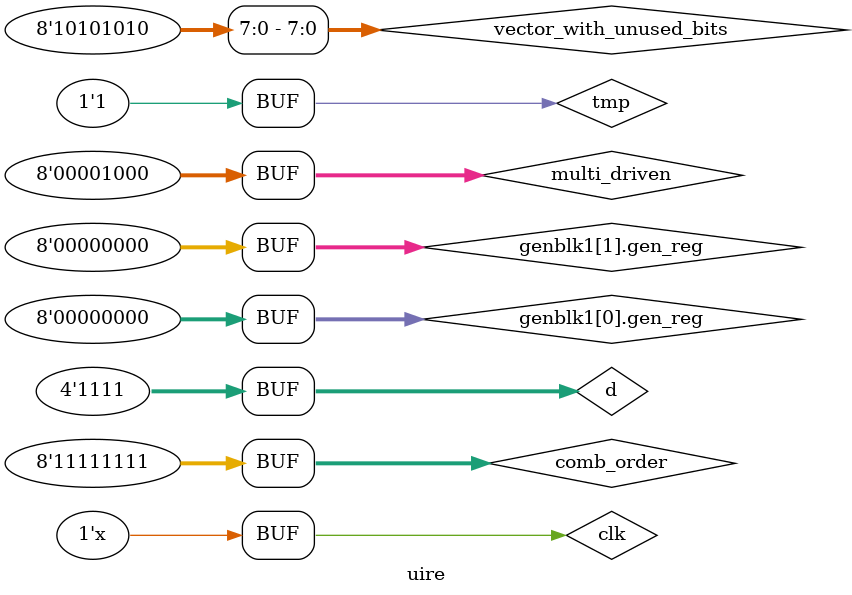
<source format=sv>
module uire;
  logic unuc;
  logic [7:0] unuor;

  // 2.
  logic [3:0] d = 4'hF;  //)
  wire undriven_wire;
  logic [3:0] undriven_reg;
  logic [7:0] sot = undriven_wire ? undriven_reg : 8'b0;  //
  logic [7:0] pn;
  logic [7:0]_used;
  wire [3:0] part;
  
  assign pats[1:0] = 2'b11; // ng)
  logic [7:0] comb_order;
  logic tmp; // Deock
  always_comb begin
comb_order = 8'hFF;    // Drt
    tmp = comb_order[0];   // e 
  end  //)
  logic [7:0] multi_driven;
  always_comb begin
    multi_driven =01;
  end
  
  always @(clk) begin
    multi_driven <= 8; //es
  end  //s)
  logic [15:0] vector_with_unused_bits;
  initial begin
    vector_with_unused_bits[7:0] = 8'hAA; // ed
  end  //est
  genvar i;
  generate
    for (i = 0; i < 2; i++) begin   logic [7:0] gen_reg;
  always_comb begin
gen_reg = 8'h00;   end
    end
  endgenerate  //s
  logic clk = 0;
  always #5 clk = ~clk;
  
endmodule

</source>
